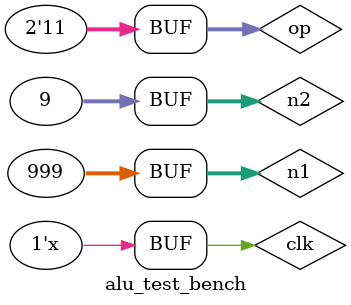
<source format=v>
module multiplicador(var1, var2, wireout);

	input [31:0] var1, var2;
	reg [31:0]armazem_somas;
	wire [31:0] var1_ext;
	output wire [31:0] wireout;
	integer i;
	reg [31:0]out;

	assign var1_ext = var1;//operação usará um fio com os sinais de var 1 para alimentar o loop


	always@(*)
		begin
		armazem_somas = var1_ext & {(32){var2[0]}};
		out=armazem_somas;
		for(i=1; i<32; i=i+1)//preenche o vetor de armazenamento. a cada loop, é shiftado 1 bit
			begin
			armazem_somas=(var1_ext<<i) & {32{var2[i]}};//se o bit i for 1 serão 32 1s, se for 0 serão 32 0s
			out=out+armazem_somas;
			end
		end

	assign wireout = out;
endmodule

module divisor(var1, var2, wireout);
	
	input [31:0] var1, var2;
	reg[31:0] out=32'b0;
	output wire[31:0] wireout;
	wire[31:0]var1_ext;
	reg [31:0]dividendo_atual=32'b0;


	assign var1_ext = var1;


	integer i;

	always @(*)//inicio do algoritmo
	begin
	out=32'b0;
	dividendo_atual=32'b0;
		for(i=31;i>=0;i=i-1)
			begin
			dividendo_atual=(dividendo_atual<<1)+(var1_ext[i]);
			if((dividendo_atual)<(var2)) //se o acumulado for menor,preenche com 0
				begin
				out[0]=0;
				out=out<<1;//o output será preenchido de forma que os bits mais significativos serão preenchidos primeiro	
				end
			else 
				begin//se o acumulado dor maior ou igual ao divisor, preenche com 1 e subtrai o divisor do dividendo atual, semelhante à uma divisão normal
				out[0]=1;
				out=out<<1;//output será preenchida bit a bit, sempre preenchendo o bit menos significativo e shiftando 1
				dividendo_atual=dividendo_atual-var2;
				end
			end		
	end
	assign wireout=out>>1;
endmodule

module alu(n1,n2,op,res1);
	input [31:0]n1;
	input [31:0]n2;
	input [1:0]op;
	reg[31:0]res;
	wire [31:0]wireout,wireout2;
	output [31:0]res1;

 
	multiplicador m1(n1,n2,wireout);//chama os módulos de div e mult
	divisor d1(n1,n2,wireout2);


	always @(*)
	begin
		case(op)//controle encaminha a operação correta sobre as entradas
		 2'b00:res<=n1+n2;
		 2'b01:res<=n1-n2;
		 2'b10:res<=wireout;
		 2'b11:res<=wireout2;
		 endcase
	end

	assign res1=res;
endmodule


module alu_test_bench();//simula o funcionamento do módulo para diferentes entradas

	reg [31:0]n1,n2;
	wire [31:0]res1;
	reg clk=1;
	reg [1:0]op;

	alu a1(n1,n2,op,res1);

	initial begin

	$dumpfile("test_alu.vcd");//gera o arquivo para o gtkwave
	$dumpvars(0,alu_test_bench);

	$monitor("n1=%d , n2=%d , op=%d , res=%b \n",n1,n2,op,res1);

	n1= 17 ;n2= 21 ;op= 0 ;//para trocar os inputs basta modificar os valores de entrada
	#20n1= 55 ;n2= 40 ;op= 1;
	#20n1= 7;n2=12 ;op= 2;
	#20n1=14 ;n2= 3  ;op= 3;
	#20n1= 9999;n2= 1;op= 0;
	#20n1= 1 ;n2= 2;op= 1;
	#20n1=77 ;n2= 11 ;op= 2;
	#20n1= 999;n2=9 ;op= 3;
	end
	always @(*)
		#50 clk=!clk;

endmodule


</source>
